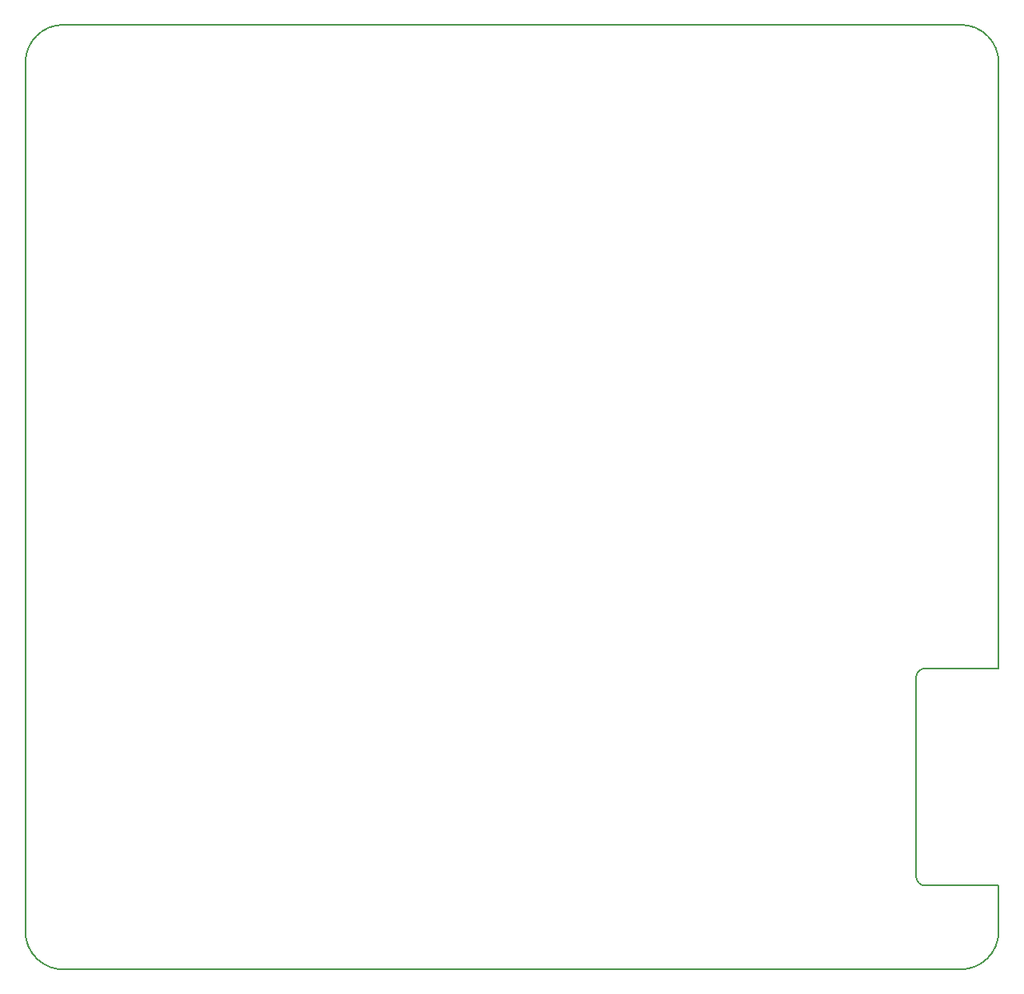
<source format=gbr>
%TF.GenerationSoftware,KiCad,Pcbnew,8.0.4-8.0.4-0~ubuntu22.04.1*%
%TF.CreationDate,2024-08-29T14:54:41-03:00*%
%TF.ProjectId,communication_board,636f6d6d-756e-4696-9361-74696f6e5f62,rev?*%
%TF.SameCoordinates,Original*%
%TF.FileFunction,Profile,NP*%
%FSLAX46Y46*%
G04 Gerber Fmt 4.6, Leading zero omitted, Abs format (unit mm)*
G04 Created by KiCad (PCBNEW 8.0.4-8.0.4-0~ubuntu22.04.1) date 2024-08-29 14:54:41*
%MOMM*%
%LPD*%
G01*
G04 APERTURE LIST*
%TA.AperFunction,Profile*%
%ADD10C,0.200000*%
%TD*%
G04 APERTURE END LIST*
D10*
X193500000Y-92000000D02*
G75*
G02*
X194500000Y-91000000I1000000J0D01*
G01*
X99249000Y-26860000D02*
G75*
G02*
X103249000Y-22860000I4000000J0D01*
G01*
X202249000Y-26860000D02*
X202249000Y-91000000D01*
X202251079Y-118860000D02*
G75*
G02*
X198120000Y-122859999I-4002079J0D01*
G01*
X193500000Y-92000000D02*
X193500000Y-112999407D01*
X202249000Y-118860000D02*
X202249000Y-113995329D01*
X198120000Y-122859999D02*
X103505000Y-122859998D01*
X194500593Y-113999407D02*
X202249000Y-113995329D01*
X194500000Y-91000000D02*
X202249000Y-91000000D01*
X103505000Y-122859998D02*
G75*
G02*
X99240818Y-118860000I-256000J3999998D01*
G01*
X198249000Y-22860000D02*
G75*
G02*
X202249000Y-26860000I0J-4000000D01*
G01*
X103249000Y-22860000D02*
X198249000Y-22860000D01*
X194500593Y-113999407D02*
G75*
G02*
X193499993Y-112999407I-593J1000007D01*
G01*
X99249000Y-118860000D02*
X99249000Y-26860000D01*
M02*

</source>
